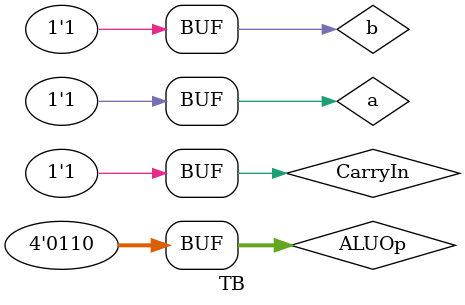
<source format=v>
module TB
  (
  );
  
  reg [3:0] ALUOp;
  reg a,b,CarryIn; 
  wire Result, CarryOut;
  
  ALU_1_bit alu
  (
  .ALUOp(ALUOp),
  .a(a),
  .b(b),
  .CarryIn(CarryIn),
  .Result(Result),
  .CarryOut(CarryOut)
  );
  
  initial 
  begin
    a <= 1'b1;
    b <= 1'b1;
    CarryIn = 1'b0;
    ALUOp = 4'b0; //and
  end

  always
  begin 
    #50 ALUOp = 4'b1; //or
    #50 ALUOp = 4'b1100; //nor 
    #50 ALUOp = 4'b10; //add
    #50 CarryIn = 1'b1;
    #50 ALUOp = 4'b110; //subtract 
    
  end
  
endmodule
</source>
